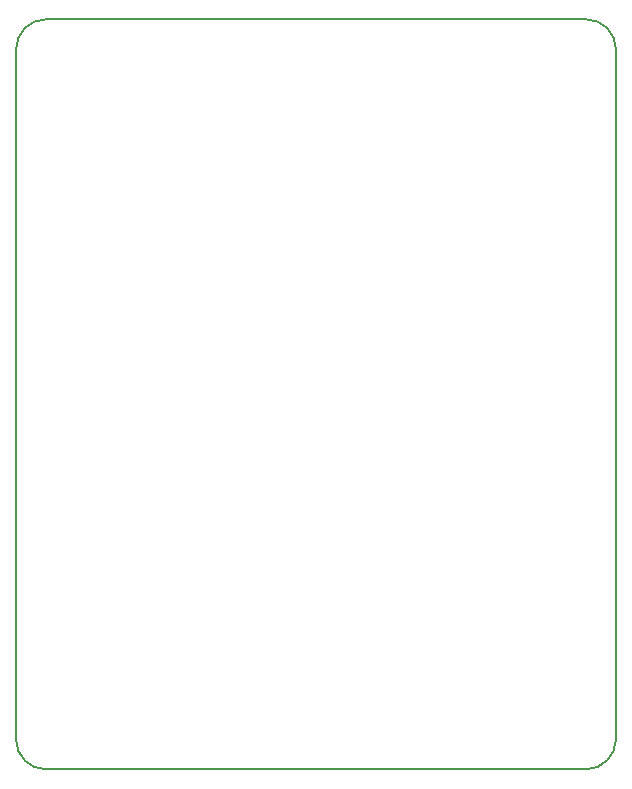
<source format=gko>
G04 #@! TF.FileFunction,Profile,NP*
%FSLAX46Y46*%
G04 Gerber Fmt 4.6, Leading zero omitted, Abs format (unit mm)*
G04 Created by KiCad (PCBNEW 4.0.1-stable) date 1/29/2016 6:59:16 PM*
%MOMM*%
G01*
G04 APERTURE LIST*
%ADD10C,0.100000*%
%ADD11C,0.152400*%
G04 APERTURE END LIST*
D10*
D11*
X0Y-60960000D02*
X0Y-2540000D01*
X48260000Y-63500000D02*
X2540000Y-63500000D01*
X50800000Y-2540000D02*
X50800000Y-60960000D01*
X2540000Y0D02*
X48260000Y0D01*
X0Y-60960000D02*
G75*
G03X2540000Y-63500000I2540000J0D01*
G01*
X2540000Y0D02*
G75*
G03X0Y-2540000I0J-2540000D01*
G01*
X50800000Y-2540000D02*
G75*
G03X48260000Y0I-2540000J0D01*
G01*
X48260000Y-63500000D02*
G75*
G03X50800000Y-60960000I0J2540000D01*
G01*
M02*

</source>
